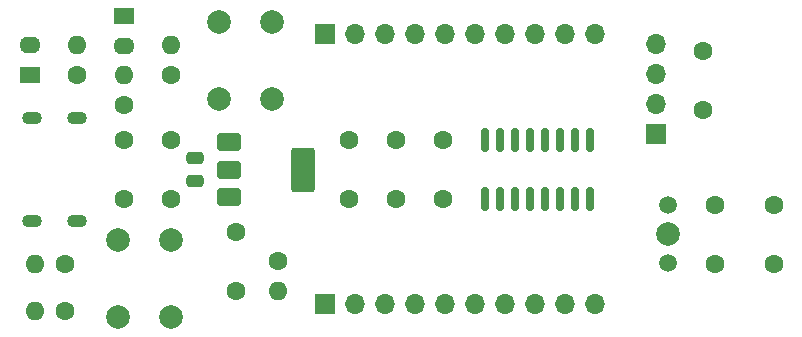
<source format=gbs>
G04 Layer: BottomSolderMaskLayer*
G04 EasyEDA Pro v2.2.27.1, 2024-09-15 10:59:50*
G04 Gerber Generator version 0.3*
G04 Scale: 100 percent, Rotated: No, Reflected: No*
G04 Dimensions in millimeters*
G04 Leading zeros omitted, absolute positions, 3 integers and 5 decimals*
%TF.GenerationSoftware,KiCad,Pcbnew,8.0.6*%
%TF.CreationDate,2024-11-16T11:12:32+08:00*%
%TF.ProjectId,PY32F002AW15S_mini_system,50593332-4630-4303-9241-573135535f6d,rev?*%
%TF.SameCoordinates,Original*%
%TF.FileFunction,Soldermask,Bot*%
%TF.FilePolarity,Negative*%
%FSLAX46Y46*%
G04 Gerber Fmt 4.6, Leading zero omitted, Abs format (unit mm)*
G04 Created by KiCad (PCBNEW 8.0.6) date 2024-11-16 11:12:32*
%MOMM*%
%LPD*%
G01*
G04 APERTURE LIST*
G04 Aperture macros list*
%AMRoundRect*
0 Rectangle with rounded corners*
0 $1 Rounding radius*
0 $2 $3 $4 $5 $6 $7 $8 $9 X,Y pos of 4 corners*
0 Add a 4 corners polygon primitive as box body*
4,1,4,$2,$3,$4,$5,$6,$7,$8,$9,$2,$3,0*
0 Add four circle primitives for the rounded corners*
1,1,$1+$1,$2,$3*
1,1,$1+$1,$4,$5*
1,1,$1+$1,$6,$7*
1,1,$1+$1,$8,$9*
0 Add four rect primitives between the rounded corners*
20,1,$1+$1,$2,$3,$4,$5,0*
20,1,$1+$1,$4,$5,$6,$7,0*
20,1,$1+$1,$6,$7,$8,$9,0*
20,1,$1+$1,$8,$9,$2,$3,0*%
G04 Aperture macros list end*
%ADD10C,1.600000*%
%ADD11O,1.700000X1.100000*%
%ADD12R,1.800000X1.400000*%
%ADD13O,1.800000X1.400000*%
%ADD14C,1.500000*%
%ADD15C,2.000000*%
%ADD16O,1.600000X1.600000*%
%ADD17R,1.700000X1.700000*%
%ADD18O,1.700000X1.700000*%
%ADD19RoundRect,0.250000X-0.750000X-0.500000X0.750000X-0.500000X0.750000X0.500000X-0.750000X0.500000X0*%
%ADD20RoundRect,0.250000X-0.750000X-1.650000X0.750000X-1.650000X0.750000X1.650000X-0.750000X1.650000X0*%
%ADD21RoundRect,0.150000X-0.150000X0.850000X-0.150000X-0.850000X0.150000X-0.850000X0.150000X0.850000X0*%
%ADD22RoundRect,0.250000X-0.475000X0.250000X-0.475000X-0.250000X0.475000X-0.250000X0.475000X0.250000X0*%
G04 APERTURE END LIST*
D10*
%TO.C,C10*%
X120450000Y-125300000D03*
X120450000Y-120300000D03*
%TD*%
D11*
%TO.C,J1*%
X107000000Y-110680000D03*
X103200000Y-110680000D03*
X107000000Y-119320000D03*
X103200000Y-119320000D03*
%TD*%
D12*
%TO.C,LED1*%
X103000000Y-107000000D03*
D13*
X103000000Y-104460000D03*
%TD*%
D14*
%TO.C,X1*%
X157000000Y-118000000D03*
D15*
X157000000Y-120440000D03*
D14*
X157000000Y-122880000D03*
%TD*%
D10*
%TO.C,R1*%
X107000000Y-107000000D03*
D16*
X107000000Y-104460000D03*
%TD*%
D15*
%TO.C,SW2*%
X119000000Y-109000000D03*
X119000000Y-102500000D03*
X123500000Y-109000000D03*
X123500000Y-102500000D03*
%TD*%
D12*
%TO.C,LED2*%
X111000000Y-102000000D03*
D13*
X111000000Y-104540000D03*
%TD*%
D10*
%TO.C,R4*%
X106000000Y-123000000D03*
D16*
X103460000Y-123000000D03*
%TD*%
D10*
%TO.C,R3*%
X106000000Y-127000000D03*
D16*
X103460000Y-127000000D03*
%TD*%
D10*
%TO.C,C1*%
X111000000Y-112500000D03*
X111000000Y-117500000D03*
%TD*%
D15*
%TO.C,SW1*%
X115000000Y-121000000D03*
X115000000Y-127500000D03*
X110500000Y-121000000D03*
X110500000Y-127500000D03*
%TD*%
D10*
%TO.C,C2*%
X115000000Y-112500000D03*
X115000000Y-117500000D03*
%TD*%
D17*
%TO.C,J2*%
X156000000Y-112000000D03*
D18*
X156000000Y-109460000D03*
X156000000Y-106920000D03*
X156000000Y-104380000D03*
%TD*%
D10*
%TO.C,R6*%
X115000000Y-107000000D03*
D16*
X115000000Y-104460000D03*
%TD*%
D10*
%TO.C,C8*%
X161000000Y-123000000D03*
X166000000Y-123000000D03*
%TD*%
%TO.C,R2*%
X111000000Y-109500000D03*
D16*
X111000000Y-106960000D03*
%TD*%
D10*
%TO.C,R5*%
X124000000Y-122705000D03*
D16*
X124000000Y-125245000D03*
%TD*%
D17*
%TO.C,J3*%
X128000000Y-126415800D03*
D18*
X130540000Y-126415800D03*
X133080000Y-126415800D03*
X135620000Y-126415800D03*
X138160000Y-126415800D03*
X140700000Y-126415800D03*
X143240000Y-126415800D03*
X145780000Y-126415800D03*
X148320000Y-126415800D03*
X150860000Y-126415800D03*
%TD*%
D17*
%TO.C,J5*%
X128000000Y-103555800D03*
D18*
X130540000Y-103555800D03*
X133080000Y-103555800D03*
X135620000Y-103555800D03*
X138160000Y-103555800D03*
X140700000Y-103555800D03*
X143240000Y-103555800D03*
X145780000Y-103555800D03*
X148320000Y-103555800D03*
X150860000Y-103555800D03*
%TD*%
D10*
%TO.C,C9*%
X160000000Y-110000000D03*
X160000000Y-105000000D03*
%TD*%
%TO.C,C5*%
X134000000Y-112500000D03*
X134000000Y-117500000D03*
%TD*%
%TO.C,C7*%
X161000000Y-118000000D03*
X166000000Y-118000000D03*
%TD*%
%TO.C,C6*%
X138000000Y-112500000D03*
X138000000Y-117500000D03*
%TD*%
%TO.C,C4*%
X130000000Y-112500000D03*
X130000000Y-117500000D03*
%TD*%
D19*
%TO.C,U1*%
X119850000Y-117300000D03*
X119850000Y-115000000D03*
D20*
X126150000Y-115000000D03*
D19*
X119850000Y-112700000D03*
%TD*%
D21*
%TO.C,U2*%
X141555000Y-112500000D03*
X142825000Y-112500000D03*
X144095000Y-112500000D03*
X145365000Y-112500000D03*
X146635000Y-112500000D03*
X147905000Y-112500000D03*
X149175000Y-112500000D03*
X150445000Y-112500000D03*
X150445000Y-117500000D03*
X149175000Y-117500000D03*
X147905000Y-117500000D03*
X146635000Y-117500000D03*
X145365000Y-117500000D03*
X144095000Y-117500000D03*
X142825000Y-117500000D03*
X141555000Y-117500000D03*
%TD*%
D22*
%TO.C,C3*%
X117000000Y-114050000D03*
X117000000Y-115950000D03*
%TD*%
M02*

</source>
